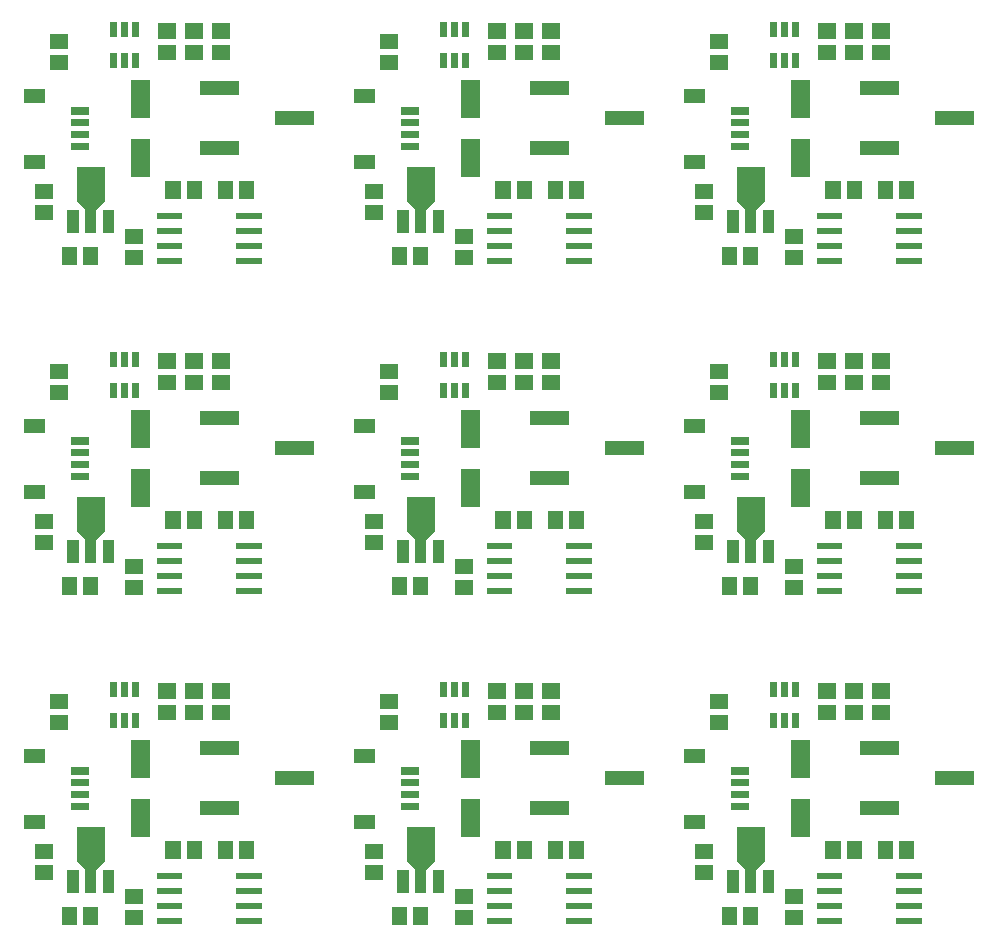
<source format=gbr>
G04 start of page 11 for group -4015 idx -4015 *
G04 Title: (unknown), toppaste *
G04 Creator: pcb 4.0.2 *
G04 CreationDate: Sun May 15 03:11:06 2022 UTC *
G04 For: railfan *
G04 Format: Gerber/RS-274X *
G04 PCB-Dimensions (mil): 4000.00 4000.00 *
G04 PCB-Coordinate-Origin: lower left *
%MOIN*%
%FSLAX25Y25*%
%LNTOPPASTE*%
%ADD42C,0.0001*%
G54D42*G36*
X56449Y317055D02*Y314693D01*
X62551D01*
Y317055D01*
X56449D01*
G37*
G36*
Y313118D02*Y310756D01*
X62551D01*
Y313118D01*
X56449D01*
G37*
G36*
Y309181D02*Y306819D01*
X62551D01*
Y309181D01*
X56449D01*
G37*
G36*
Y305244D02*Y302882D01*
X62551D01*
Y305244D01*
X56449D01*
G37*
G36*
X40701Y323354D02*Y318630D01*
X47787D01*
Y323354D01*
X40701D01*
G37*
G36*
Y301307D02*Y296583D01*
X47787D01*
Y301307D01*
X40701D01*
G37*
G36*
X93016Y292452D02*X87898D01*
Y286548D01*
X93016D01*
Y292452D01*
G37*
G36*
X100102D02*X94984D01*
Y286548D01*
X100102D01*
Y292452D01*
G37*
G36*
X82650Y306457D02*X76350D01*
Y293858D01*
X82650D01*
Y306457D01*
G37*
G36*
Y326142D02*X76350D01*
Y313543D01*
X82650D01*
Y326142D01*
G37*
G36*
X110516Y292452D02*X105398D01*
Y286548D01*
X110516D01*
Y292452D01*
G37*
G36*
X117602D02*X112484D01*
Y286548D01*
X117602D01*
Y292452D01*
G37*
G36*
X85000Y282000D02*Y280000D01*
X93500D01*
Y282000D01*
X85000D01*
G37*
G36*
Y277000D02*Y275000D01*
X93500D01*
Y277000D01*
X85000D01*
G37*
G36*
Y272000D02*Y270000D01*
X93500D01*
Y272000D01*
X85000D01*
G37*
G36*
Y267000D02*Y265000D01*
X93500D01*
Y267000D01*
X85000D01*
G37*
G36*
X111500D02*Y265000D01*
X120000D01*
Y267000D01*
X111500D01*
G37*
G36*
Y272000D02*Y270000D01*
X120000D01*
Y272000D01*
X111500D01*
G37*
G36*
Y277000D02*Y275000D01*
X120000D01*
Y277000D01*
X111500D01*
G37*
G36*
Y282000D02*Y280000D01*
X120000D01*
Y282000D01*
X111500D01*
G37*
G36*
X58516Y270452D02*X53398D01*
Y264548D01*
X58516D01*
Y270452D01*
G37*
G36*
X65602D02*X60484D01*
Y264548D01*
X65602D01*
Y270452D01*
G37*
G36*
X71740Y335047D02*X69300D01*
Y330244D01*
X71740D01*
Y335047D01*
G37*
G36*
X75480D02*X73040D01*
Y330244D01*
X75480D01*
Y335047D01*
G37*
G36*
X79220D02*X76780D01*
Y330244D01*
X79220D01*
Y335047D01*
G37*
G36*
Y345401D02*X76780D01*
Y340598D01*
X79220D01*
Y345401D01*
G37*
G36*
X75480D02*X73040D01*
Y340598D01*
X75480D01*
Y345401D01*
G37*
G36*
X71740D02*X69300D01*
Y340598D01*
X71740D01*
Y345401D01*
G37*
G36*
X94548Y345102D02*Y339984D01*
X100452D01*
Y345102D01*
X94548D01*
G37*
G36*
Y338016D02*Y332898D01*
X100452D01*
Y338016D01*
X94548D01*
G37*
G36*
X85548D02*Y332898D01*
X91452D01*
Y338016D01*
X85548D01*
G37*
G36*
Y345102D02*Y339984D01*
X91452D01*
Y345102D01*
X85548D01*
G37*
G36*
X74548Y276602D02*Y271484D01*
X80452D01*
Y276602D01*
X74548D01*
G37*
G36*
Y269516D02*Y264398D01*
X80452D01*
Y269516D01*
X74548D01*
G37*
G36*
X49548Y341602D02*Y336484D01*
X55452D01*
Y341602D01*
X49548D01*
G37*
G36*
Y334516D02*Y329398D01*
X55452D01*
Y334516D01*
X49548D01*
G37*
G36*
X103548Y345102D02*Y339984D01*
X109452D01*
Y345102D01*
X103548D01*
G37*
G36*
Y338016D02*Y332898D01*
X109452D01*
Y338016D01*
X103548D01*
G37*
G36*
X99406Y325842D02*Y321158D01*
X112397D01*
Y325842D01*
X99406D01*
G37*
G36*
Y305842D02*Y301158D01*
X112397D01*
Y305842D01*
X99406D01*
G37*
G36*
X124603Y315842D02*Y311158D01*
X137594D01*
Y315842D01*
X124603D01*
G37*
G36*
X58984Y283000D02*X55204D01*
Y275126D01*
X58984D01*
Y283000D01*
G37*
G36*
X64890Y290716D02*X61110D01*
Y275126D01*
X64890D01*
Y290716D01*
G37*
G36*
X67725Y297175D02*X58275D01*
Y285835D01*
X67725D01*
Y297175D01*
G37*
G36*
X59695Y287255D02*X58275Y285835D01*
X61115Y282995D01*
X62535Y284415D01*
X59695Y287255D01*
G37*
G36*
X67725Y285835D02*X66305Y287255D01*
X63465Y284415D01*
X64885Y282995D01*
X67725Y285835D01*
G37*
G36*
X70796Y283000D02*X67016D01*
Y275126D01*
X70796D01*
Y283000D01*
G37*
G36*
X44548Y291602D02*Y286484D01*
X50452D01*
Y291602D01*
X44548D01*
G37*
G36*
Y284516D02*Y279398D01*
X50452D01*
Y284516D01*
X44548D01*
G37*
G36*
X166449Y317055D02*Y314693D01*
X172551D01*
Y317055D01*
X166449D01*
G37*
G36*
Y313118D02*Y310756D01*
X172551D01*
Y313118D01*
X166449D01*
G37*
G36*
Y309181D02*Y306819D01*
X172551D01*
Y309181D01*
X166449D01*
G37*
G36*
Y305244D02*Y302882D01*
X172551D01*
Y305244D01*
X166449D01*
G37*
G36*
X150701Y323354D02*Y318630D01*
X157787D01*
Y323354D01*
X150701D01*
G37*
G36*
Y301307D02*Y296583D01*
X157787D01*
Y301307D01*
X150701D01*
G37*
G36*
X203016Y292452D02*X197898D01*
Y286548D01*
X203016D01*
Y292452D01*
G37*
G36*
X210102D02*X204984D01*
Y286548D01*
X210102D01*
Y292452D01*
G37*
G36*
X192650Y306457D02*X186350D01*
Y293858D01*
X192650D01*
Y306457D01*
G37*
G36*
Y326142D02*X186350D01*
Y313543D01*
X192650D01*
Y326142D01*
G37*
G36*
X220516Y292452D02*X215398D01*
Y286548D01*
X220516D01*
Y292452D01*
G37*
G36*
X227602D02*X222484D01*
Y286548D01*
X227602D01*
Y292452D01*
G37*
G36*
X195000Y282000D02*Y280000D01*
X203500D01*
Y282000D01*
X195000D01*
G37*
G36*
Y277000D02*Y275000D01*
X203500D01*
Y277000D01*
X195000D01*
G37*
G36*
Y272000D02*Y270000D01*
X203500D01*
Y272000D01*
X195000D01*
G37*
G36*
Y267000D02*Y265000D01*
X203500D01*
Y267000D01*
X195000D01*
G37*
G36*
X221500D02*Y265000D01*
X230000D01*
Y267000D01*
X221500D01*
G37*
G36*
Y272000D02*Y270000D01*
X230000D01*
Y272000D01*
X221500D01*
G37*
G36*
Y277000D02*Y275000D01*
X230000D01*
Y277000D01*
X221500D01*
G37*
G36*
Y282000D02*Y280000D01*
X230000D01*
Y282000D01*
X221500D01*
G37*
G36*
X168516Y270452D02*X163398D01*
Y264548D01*
X168516D01*
Y270452D01*
G37*
G36*
X175602D02*X170484D01*
Y264548D01*
X175602D01*
Y270452D01*
G37*
G36*
X181740Y335047D02*X179299D01*
Y330244D01*
X181740D01*
Y335047D01*
G37*
G36*
X185480D02*X183039D01*
Y330244D01*
X185480D01*
Y335047D01*
G37*
G36*
X189220D02*X186779D01*
Y330244D01*
X189220D01*
Y335047D01*
G37*
G36*
Y345401D02*X186779D01*
Y340598D01*
X189220D01*
Y345401D01*
G37*
G36*
X185480D02*X183039D01*
Y340598D01*
X185480D01*
Y345401D01*
G37*
G36*
X181740D02*X179299D01*
Y340598D01*
X181740D01*
Y345401D01*
G37*
G36*
X204548Y345102D02*Y339984D01*
X210452D01*
Y345102D01*
X204548D01*
G37*
G36*
Y338016D02*Y332898D01*
X210452D01*
Y338016D01*
X204548D01*
G37*
G36*
X195548D02*Y332898D01*
X201452D01*
Y338016D01*
X195548D01*
G37*
G36*
Y345102D02*Y339984D01*
X201452D01*
Y345102D01*
X195548D01*
G37*
G36*
X184548Y276602D02*Y271484D01*
X190452D01*
Y276602D01*
X184548D01*
G37*
G36*
Y269516D02*Y264398D01*
X190452D01*
Y269516D01*
X184548D01*
G37*
G36*
X159548Y341602D02*Y336484D01*
X165452D01*
Y341602D01*
X159548D01*
G37*
G36*
Y334516D02*Y329398D01*
X165452D01*
Y334516D01*
X159548D01*
G37*
G36*
X213548Y345102D02*Y339984D01*
X219452D01*
Y345102D01*
X213548D01*
G37*
G36*
Y338016D02*Y332898D01*
X219452D01*
Y338016D01*
X213548D01*
G37*
G36*
X209405Y325842D02*Y321158D01*
X222398D01*
Y325842D01*
X209405D01*
G37*
G36*
Y305842D02*Y301158D01*
X222398D01*
Y305842D01*
X209405D01*
G37*
G36*
X234602Y315842D02*Y311158D01*
X247595D01*
Y315842D01*
X234602D01*
G37*
G36*
X168984Y283000D02*X165204D01*
Y275126D01*
X168984D01*
Y283000D01*
G37*
G36*
X174890Y290716D02*X171110D01*
Y275126D01*
X174890D01*
Y290716D01*
G37*
G36*
X177725Y297175D02*X168275D01*
Y285835D01*
X177725D01*
Y297175D01*
G37*
G36*
X169695Y287255D02*X168275Y285835D01*
X171115Y282995D01*
X172535Y284415D01*
X169695Y287255D01*
G37*
G36*
X177725Y285835D02*X176305Y287255D01*
X173465Y284415D01*
X174885Y282995D01*
X177725Y285835D01*
G37*
G36*
X180796Y283000D02*X177016D01*
Y275126D01*
X180796D01*
Y283000D01*
G37*
G36*
X154548Y291602D02*Y286484D01*
X160452D01*
Y291602D01*
X154548D01*
G37*
G36*
Y284516D02*Y279398D01*
X160452D01*
Y284516D01*
X154548D01*
G37*
G36*
X276449Y317055D02*Y314693D01*
X282551D01*
Y317055D01*
X276449D01*
G37*
G36*
Y313118D02*Y310756D01*
X282551D01*
Y313118D01*
X276449D01*
G37*
G36*
Y309181D02*Y306819D01*
X282551D01*
Y309181D01*
X276449D01*
G37*
G36*
Y305244D02*Y302882D01*
X282551D01*
Y305244D01*
X276449D01*
G37*
G36*
X260701Y323354D02*Y318630D01*
X267787D01*
Y323354D01*
X260701D01*
G37*
G36*
Y301307D02*Y296583D01*
X267787D01*
Y301307D01*
X260701D01*
G37*
G36*
X313016Y292452D02*X307898D01*
Y286548D01*
X313016D01*
Y292452D01*
G37*
G36*
X320102D02*X314984D01*
Y286548D01*
X320102D01*
Y292452D01*
G37*
G36*
X302650Y306457D02*X296350D01*
Y293858D01*
X302650D01*
Y306457D01*
G37*
G36*
Y326142D02*X296350D01*
Y313543D01*
X302650D01*
Y326142D01*
G37*
G36*
X330516Y292452D02*X325398D01*
Y286548D01*
X330516D01*
Y292452D01*
G37*
G36*
X337602D02*X332484D01*
Y286548D01*
X337602D01*
Y292452D01*
G37*
G36*
X305000Y282000D02*Y280000D01*
X313500D01*
Y282000D01*
X305000D01*
G37*
G36*
Y277000D02*Y275000D01*
X313500D01*
Y277000D01*
X305000D01*
G37*
G36*
Y272000D02*Y270000D01*
X313500D01*
Y272000D01*
X305000D01*
G37*
G36*
Y267000D02*Y265000D01*
X313500D01*
Y267000D01*
X305000D01*
G37*
G36*
X331500D02*Y265000D01*
X340000D01*
Y267000D01*
X331500D01*
G37*
G36*
Y272000D02*Y270000D01*
X340000D01*
Y272000D01*
X331500D01*
G37*
G36*
Y277000D02*Y275000D01*
X340000D01*
Y277000D01*
X331500D01*
G37*
G36*
Y282000D02*Y280000D01*
X340000D01*
Y282000D01*
X331500D01*
G37*
G36*
X278516Y270452D02*X273398D01*
Y264548D01*
X278516D01*
Y270452D01*
G37*
G36*
X285602D02*X280484D01*
Y264548D01*
X285602D01*
Y270452D01*
G37*
G36*
X291740Y335047D02*X289299D01*
Y330244D01*
X291740D01*
Y335047D01*
G37*
G36*
X295480D02*X293039D01*
Y330244D01*
X295480D01*
Y335047D01*
G37*
G36*
X299220D02*X296779D01*
Y330244D01*
X299220D01*
Y335047D01*
G37*
G36*
Y345401D02*X296779D01*
Y340598D01*
X299220D01*
Y345401D01*
G37*
G36*
X295480D02*X293039D01*
Y340598D01*
X295480D01*
Y345401D01*
G37*
G36*
X291740D02*X289299D01*
Y340598D01*
X291740D01*
Y345401D01*
G37*
G36*
X314548Y345102D02*Y339984D01*
X320452D01*
Y345102D01*
X314548D01*
G37*
G36*
Y338016D02*Y332898D01*
X320452D01*
Y338016D01*
X314548D01*
G37*
G36*
X305548D02*Y332898D01*
X311452D01*
Y338016D01*
X305548D01*
G37*
G36*
Y345102D02*Y339984D01*
X311452D01*
Y345102D01*
X305548D01*
G37*
G36*
X294548Y276602D02*Y271484D01*
X300452D01*
Y276602D01*
X294548D01*
G37*
G36*
Y269516D02*Y264398D01*
X300452D01*
Y269516D01*
X294548D01*
G37*
G36*
X269548Y341602D02*Y336484D01*
X275452D01*
Y341602D01*
X269548D01*
G37*
G36*
Y334516D02*Y329398D01*
X275452D01*
Y334516D01*
X269548D01*
G37*
G36*
X323548Y345102D02*Y339984D01*
X329452D01*
Y345102D01*
X323548D01*
G37*
G36*
Y338016D02*Y332898D01*
X329452D01*
Y338016D01*
X323548D01*
G37*
G36*
X319406Y325842D02*Y321158D01*
X332398D01*
Y325842D01*
X319406D01*
G37*
G36*
Y305842D02*Y301158D01*
X332398D01*
Y305842D01*
X319406D01*
G37*
G36*
X344602Y315842D02*Y311158D01*
X357594D01*
Y315842D01*
X344602D01*
G37*
G36*
X278984Y283000D02*X275204D01*
Y275126D01*
X278984D01*
Y283000D01*
G37*
G36*
X284890Y290716D02*X281110D01*
Y275126D01*
X284890D01*
Y290716D01*
G37*
G36*
X287725Y297175D02*X278275D01*
Y285835D01*
X287725D01*
Y297175D01*
G37*
G36*
X279695Y287255D02*X278275Y285835D01*
X281115Y282995D01*
X282535Y284415D01*
X279695Y287255D01*
G37*
G36*
X287725Y285835D02*X286305Y287255D01*
X283465Y284415D01*
X284885Y282995D01*
X287725Y285835D01*
G37*
G36*
X290796Y283000D02*X287016D01*
Y275126D01*
X290796D01*
Y283000D01*
G37*
G36*
X264548Y291602D02*Y286484D01*
X270452D01*
Y291602D01*
X264548D01*
G37*
G36*
Y284516D02*Y279398D01*
X270452D01*
Y284516D01*
X264548D01*
G37*
G36*
X56449Y207055D02*Y204693D01*
X62551D01*
Y207055D01*
X56449D01*
G37*
G36*
Y203118D02*Y200756D01*
X62551D01*
Y203118D01*
X56449D01*
G37*
G36*
Y199181D02*Y196819D01*
X62551D01*
Y199181D01*
X56449D01*
G37*
G36*
Y195244D02*Y192882D01*
X62551D01*
Y195244D01*
X56449D01*
G37*
G36*
X40701Y213354D02*Y208630D01*
X47787D01*
Y213354D01*
X40701D01*
G37*
G36*
Y191307D02*Y186583D01*
X47787D01*
Y191307D01*
X40701D01*
G37*
G36*
X93016Y182452D02*X87898D01*
Y176548D01*
X93016D01*
Y182452D01*
G37*
G36*
X100102D02*X94984D01*
Y176548D01*
X100102D01*
Y182452D01*
G37*
G36*
X82650Y196457D02*X76350D01*
Y183858D01*
X82650D01*
Y196457D01*
G37*
G36*
Y216142D02*X76350D01*
Y203543D01*
X82650D01*
Y216142D01*
G37*
G36*
X110516Y182452D02*X105398D01*
Y176548D01*
X110516D01*
Y182452D01*
G37*
G36*
X117602D02*X112484D01*
Y176548D01*
X117602D01*
Y182452D01*
G37*
G36*
X85000Y172000D02*Y170000D01*
X93500D01*
Y172000D01*
X85000D01*
G37*
G36*
Y167000D02*Y165000D01*
X93500D01*
Y167000D01*
X85000D01*
G37*
G36*
Y162000D02*Y160000D01*
X93500D01*
Y162000D01*
X85000D01*
G37*
G36*
Y157000D02*Y155000D01*
X93500D01*
Y157000D01*
X85000D01*
G37*
G36*
X111500D02*Y155000D01*
X120000D01*
Y157000D01*
X111500D01*
G37*
G36*
Y162000D02*Y160000D01*
X120000D01*
Y162000D01*
X111500D01*
G37*
G36*
Y167000D02*Y165000D01*
X120000D01*
Y167000D01*
X111500D01*
G37*
G36*
Y172000D02*Y170000D01*
X120000D01*
Y172000D01*
X111500D01*
G37*
G36*
X58516Y160452D02*X53398D01*
Y154548D01*
X58516D01*
Y160452D01*
G37*
G36*
X65602D02*X60484D01*
Y154548D01*
X65602D01*
Y160452D01*
G37*
G36*
X71740Y225047D02*X69300D01*
Y220244D01*
X71740D01*
Y225047D01*
G37*
G36*
X75480D02*X73040D01*
Y220244D01*
X75480D01*
Y225047D01*
G37*
G36*
X79220D02*X76780D01*
Y220244D01*
X79220D01*
Y225047D01*
G37*
G36*
Y235401D02*X76780D01*
Y230598D01*
X79220D01*
Y235401D01*
G37*
G36*
X75480D02*X73040D01*
Y230598D01*
X75480D01*
Y235401D01*
G37*
G36*
X71740D02*X69300D01*
Y230598D01*
X71740D01*
Y235401D01*
G37*
G36*
X94548Y235102D02*Y229984D01*
X100452D01*
Y235102D01*
X94548D01*
G37*
G36*
Y228016D02*Y222898D01*
X100452D01*
Y228016D01*
X94548D01*
G37*
G36*
X85548D02*Y222898D01*
X91452D01*
Y228016D01*
X85548D01*
G37*
G36*
Y235102D02*Y229984D01*
X91452D01*
Y235102D01*
X85548D01*
G37*
G36*
X74548Y166602D02*Y161484D01*
X80452D01*
Y166602D01*
X74548D01*
G37*
G36*
Y159516D02*Y154398D01*
X80452D01*
Y159516D01*
X74548D01*
G37*
G36*
X49548Y231602D02*Y226484D01*
X55452D01*
Y231602D01*
X49548D01*
G37*
G36*
Y224516D02*Y219398D01*
X55452D01*
Y224516D01*
X49548D01*
G37*
G36*
X103548Y235102D02*Y229984D01*
X109452D01*
Y235102D01*
X103548D01*
G37*
G36*
Y228016D02*Y222898D01*
X109452D01*
Y228016D01*
X103548D01*
G37*
G36*
X99406Y215843D02*Y211157D01*
X112397D01*
Y215843D01*
X99406D01*
G37*
G36*
Y195842D02*Y191158D01*
X112397D01*
Y195842D01*
X99406D01*
G37*
G36*
X124603Y205843D02*Y201158D01*
X137594D01*
Y205843D01*
X124603D01*
G37*
G36*
X58984Y173000D02*X55204D01*
Y165126D01*
X58984D01*
Y173000D01*
G37*
G36*
X64890Y180716D02*X61110D01*
Y165126D01*
X64890D01*
Y180716D01*
G37*
G36*
X67725Y187175D02*X58275D01*
Y175835D01*
X67725D01*
Y187175D01*
G37*
G36*
X59695Y177255D02*X58275Y175835D01*
X61115Y172995D01*
X62535Y174415D01*
X59695Y177255D01*
G37*
G36*
X67725Y175835D02*X66305Y177255D01*
X63465Y174415D01*
X64885Y172995D01*
X67725Y175835D01*
G37*
G36*
X70796Y173000D02*X67016D01*
Y165126D01*
X70796D01*
Y173000D01*
G37*
G36*
X44548Y181602D02*Y176484D01*
X50452D01*
Y181602D01*
X44548D01*
G37*
G36*
Y174516D02*Y169398D01*
X50452D01*
Y174516D01*
X44548D01*
G37*
G36*
X166449Y207055D02*Y204693D01*
X172551D01*
Y207055D01*
X166449D01*
G37*
G36*
Y203118D02*Y200756D01*
X172551D01*
Y203118D01*
X166449D01*
G37*
G36*
Y199181D02*Y196819D01*
X172551D01*
Y199181D01*
X166449D01*
G37*
G36*
Y195244D02*Y192882D01*
X172551D01*
Y195244D01*
X166449D01*
G37*
G36*
X150701Y213354D02*Y208630D01*
X157787D01*
Y213354D01*
X150701D01*
G37*
G36*
Y191307D02*Y186583D01*
X157787D01*
Y191307D01*
X150701D01*
G37*
G36*
X203016Y182452D02*X197898D01*
Y176548D01*
X203016D01*
Y182452D01*
G37*
G36*
X210102D02*X204984D01*
Y176548D01*
X210102D01*
Y182452D01*
G37*
G36*
X192650Y196457D02*X186350D01*
Y183858D01*
X192650D01*
Y196457D01*
G37*
G36*
Y216142D02*X186350D01*
Y203543D01*
X192650D01*
Y216142D01*
G37*
G36*
X220516Y182452D02*X215398D01*
Y176548D01*
X220516D01*
Y182452D01*
G37*
G36*
X227602D02*X222484D01*
Y176548D01*
X227602D01*
Y182452D01*
G37*
G36*
X195000Y172000D02*Y170000D01*
X203500D01*
Y172000D01*
X195000D01*
G37*
G36*
Y167000D02*Y165000D01*
X203500D01*
Y167000D01*
X195000D01*
G37*
G36*
Y162000D02*Y160000D01*
X203500D01*
Y162000D01*
X195000D01*
G37*
G36*
Y157000D02*Y155000D01*
X203500D01*
Y157000D01*
X195000D01*
G37*
G36*
X221500D02*Y155000D01*
X230000D01*
Y157000D01*
X221500D01*
G37*
G36*
Y162000D02*Y160000D01*
X230000D01*
Y162000D01*
X221500D01*
G37*
G36*
Y167000D02*Y165000D01*
X230000D01*
Y167000D01*
X221500D01*
G37*
G36*
Y172000D02*Y170000D01*
X230000D01*
Y172000D01*
X221500D01*
G37*
G36*
X168516Y160452D02*X163398D01*
Y154548D01*
X168516D01*
Y160452D01*
G37*
G36*
X175602D02*X170484D01*
Y154548D01*
X175602D01*
Y160452D01*
G37*
G36*
X181740Y225047D02*X179299D01*
Y220244D01*
X181740D01*
Y225047D01*
G37*
G36*
X185480D02*X183039D01*
Y220244D01*
X185480D01*
Y225047D01*
G37*
G36*
X189220D02*X186779D01*
Y220244D01*
X189220D01*
Y225047D01*
G37*
G36*
Y235401D02*X186779D01*
Y230598D01*
X189220D01*
Y235401D01*
G37*
G36*
X185480D02*X183039D01*
Y230598D01*
X185480D01*
Y235401D01*
G37*
G36*
X181740D02*X179299D01*
Y230598D01*
X181740D01*
Y235401D01*
G37*
G36*
X204548Y235102D02*Y229984D01*
X210452D01*
Y235102D01*
X204548D01*
G37*
G36*
Y228016D02*Y222898D01*
X210452D01*
Y228016D01*
X204548D01*
G37*
G36*
X195548D02*Y222898D01*
X201452D01*
Y228016D01*
X195548D01*
G37*
G36*
Y235102D02*Y229984D01*
X201452D01*
Y235102D01*
X195548D01*
G37*
G36*
X184548Y166602D02*Y161484D01*
X190452D01*
Y166602D01*
X184548D01*
G37*
G36*
Y159516D02*Y154398D01*
X190452D01*
Y159516D01*
X184548D01*
G37*
G36*
X159548Y231602D02*Y226484D01*
X165452D01*
Y231602D01*
X159548D01*
G37*
G36*
Y224516D02*Y219398D01*
X165452D01*
Y224516D01*
X159548D01*
G37*
G36*
X213548Y235102D02*Y229984D01*
X219452D01*
Y235102D01*
X213548D01*
G37*
G36*
Y228016D02*Y222898D01*
X219452D01*
Y228016D01*
X213548D01*
G37*
G36*
X209405Y215843D02*Y211157D01*
X222398D01*
Y215843D01*
X209405D01*
G37*
G36*
Y195842D02*Y191158D01*
X222398D01*
Y195842D01*
X209405D01*
G37*
G36*
X234602Y205843D02*Y201158D01*
X247595D01*
Y205843D01*
X234602D01*
G37*
G36*
X168984Y173000D02*X165204D01*
Y165126D01*
X168984D01*
Y173000D01*
G37*
G36*
X174890Y180716D02*X171110D01*
Y165126D01*
X174890D01*
Y180716D01*
G37*
G36*
X177725Y187175D02*X168275D01*
Y175835D01*
X177725D01*
Y187175D01*
G37*
G36*
X169695Y177255D02*X168275Y175835D01*
X171115Y172995D01*
X172535Y174415D01*
X169695Y177255D01*
G37*
G36*
X177725Y175835D02*X176305Y177255D01*
X173465Y174415D01*
X174885Y172995D01*
X177725Y175835D01*
G37*
G36*
X180796Y173000D02*X177016D01*
Y165126D01*
X180796D01*
Y173000D01*
G37*
G36*
X154548Y181602D02*Y176484D01*
X160452D01*
Y181602D01*
X154548D01*
G37*
G36*
Y174516D02*Y169398D01*
X160452D01*
Y174516D01*
X154548D01*
G37*
G36*
X276449Y207055D02*Y204693D01*
X282551D01*
Y207055D01*
X276449D01*
G37*
G36*
Y203118D02*Y200756D01*
X282551D01*
Y203118D01*
X276449D01*
G37*
G36*
Y199181D02*Y196819D01*
X282551D01*
Y199181D01*
X276449D01*
G37*
G36*
Y195244D02*Y192882D01*
X282551D01*
Y195244D01*
X276449D01*
G37*
G36*
X260701Y213354D02*Y208630D01*
X267787D01*
Y213354D01*
X260701D01*
G37*
G36*
Y191307D02*Y186583D01*
X267787D01*
Y191307D01*
X260701D01*
G37*
G36*
X313016Y182452D02*X307898D01*
Y176548D01*
X313016D01*
Y182452D01*
G37*
G36*
X320102D02*X314984D01*
Y176548D01*
X320102D01*
Y182452D01*
G37*
G36*
X302650Y196457D02*X296350D01*
Y183858D01*
X302650D01*
Y196457D01*
G37*
G36*
Y216142D02*X296350D01*
Y203543D01*
X302650D01*
Y216142D01*
G37*
G36*
X330516Y182452D02*X325398D01*
Y176548D01*
X330516D01*
Y182452D01*
G37*
G36*
X337602D02*X332484D01*
Y176548D01*
X337602D01*
Y182452D01*
G37*
G36*
X305000Y172000D02*Y170000D01*
X313500D01*
Y172000D01*
X305000D01*
G37*
G36*
Y167000D02*Y165000D01*
X313500D01*
Y167000D01*
X305000D01*
G37*
G36*
Y162000D02*Y160000D01*
X313500D01*
Y162000D01*
X305000D01*
G37*
G36*
Y157000D02*Y155000D01*
X313500D01*
Y157000D01*
X305000D01*
G37*
G36*
X331500D02*Y155000D01*
X340000D01*
Y157000D01*
X331500D01*
G37*
G36*
Y162000D02*Y160000D01*
X340000D01*
Y162000D01*
X331500D01*
G37*
G36*
Y167000D02*Y165000D01*
X340000D01*
Y167000D01*
X331500D01*
G37*
G36*
Y172000D02*Y170000D01*
X340000D01*
Y172000D01*
X331500D01*
G37*
G36*
X278516Y160452D02*X273398D01*
Y154548D01*
X278516D01*
Y160452D01*
G37*
G36*
X285602D02*X280484D01*
Y154548D01*
X285602D01*
Y160452D01*
G37*
G36*
X291740Y225047D02*X289299D01*
Y220244D01*
X291740D01*
Y225047D01*
G37*
G36*
X295480D02*X293039D01*
Y220244D01*
X295480D01*
Y225047D01*
G37*
G36*
X299220D02*X296779D01*
Y220244D01*
X299220D01*
Y225047D01*
G37*
G36*
Y235401D02*X296779D01*
Y230598D01*
X299220D01*
Y235401D01*
G37*
G36*
X295480D02*X293039D01*
Y230598D01*
X295480D01*
Y235401D01*
G37*
G36*
X291740D02*X289299D01*
Y230598D01*
X291740D01*
Y235401D01*
G37*
G36*
X314548Y235102D02*Y229984D01*
X320452D01*
Y235102D01*
X314548D01*
G37*
G36*
Y228016D02*Y222898D01*
X320452D01*
Y228016D01*
X314548D01*
G37*
G36*
X305548D02*Y222898D01*
X311452D01*
Y228016D01*
X305548D01*
G37*
G36*
Y235102D02*Y229984D01*
X311452D01*
Y235102D01*
X305548D01*
G37*
G36*
X294548Y166602D02*Y161484D01*
X300452D01*
Y166602D01*
X294548D01*
G37*
G36*
Y159516D02*Y154398D01*
X300452D01*
Y159516D01*
X294548D01*
G37*
G36*
X269548Y231602D02*Y226484D01*
X275452D01*
Y231602D01*
X269548D01*
G37*
G36*
Y224516D02*Y219398D01*
X275452D01*
Y224516D01*
X269548D01*
G37*
G36*
X323548Y235102D02*Y229984D01*
X329452D01*
Y235102D01*
X323548D01*
G37*
G36*
Y228016D02*Y222898D01*
X329452D01*
Y228016D01*
X323548D01*
G37*
G36*
X319406Y215843D02*Y211157D01*
X332398D01*
Y215843D01*
X319406D01*
G37*
G36*
Y195842D02*Y191158D01*
X332398D01*
Y195842D01*
X319406D01*
G37*
G36*
X344602Y205843D02*Y201158D01*
X357594D01*
Y205843D01*
X344602D01*
G37*
G36*
X278984Y173000D02*X275204D01*
Y165126D01*
X278984D01*
Y173000D01*
G37*
G36*
X284890Y180716D02*X281110D01*
Y165126D01*
X284890D01*
Y180716D01*
G37*
G36*
X287725Y187175D02*X278275D01*
Y175835D01*
X287725D01*
Y187175D01*
G37*
G36*
X279695Y177255D02*X278275Y175835D01*
X281115Y172995D01*
X282535Y174415D01*
X279695Y177255D01*
G37*
G36*
X287725Y175835D02*X286305Y177255D01*
X283465Y174415D01*
X284885Y172995D01*
X287725Y175835D01*
G37*
G36*
X290796Y173000D02*X287016D01*
Y165126D01*
X290796D01*
Y173000D01*
G37*
G36*
X264548Y181602D02*Y176484D01*
X270452D01*
Y181602D01*
X264548D01*
G37*
G36*
Y174516D02*Y169398D01*
X270452D01*
Y174516D01*
X264548D01*
G37*
G36*
X276449Y97055D02*Y94693D01*
X282551D01*
Y97055D01*
X276449D01*
G37*
G36*
Y93118D02*Y90756D01*
X282551D01*
Y93118D01*
X276449D01*
G37*
G36*
Y89181D02*Y86819D01*
X282551D01*
Y89181D01*
X276449D01*
G37*
G36*
Y85244D02*Y82882D01*
X282551D01*
Y85244D01*
X276449D01*
G37*
G36*
X260701Y103354D02*Y98630D01*
X267787D01*
Y103354D01*
X260701D01*
G37*
G36*
Y81307D02*Y76583D01*
X267787D01*
Y81307D01*
X260701D01*
G37*
G36*
X313016Y72452D02*X307898D01*
Y66548D01*
X313016D01*
Y72452D01*
G37*
G36*
X320102D02*X314984D01*
Y66548D01*
X320102D01*
Y72452D01*
G37*
G36*
X302650Y86457D02*X296350D01*
Y73858D01*
X302650D01*
Y86457D01*
G37*
G36*
Y106142D02*X296350D01*
Y93543D01*
X302650D01*
Y106142D01*
G37*
G36*
X330516Y72452D02*X325398D01*
Y66548D01*
X330516D01*
Y72452D01*
G37*
G36*
X337602D02*X332484D01*
Y66548D01*
X337602D01*
Y72452D01*
G37*
G36*
X305000Y62000D02*Y60000D01*
X313500D01*
Y62000D01*
X305000D01*
G37*
G36*
Y57000D02*Y55000D01*
X313500D01*
Y57000D01*
X305000D01*
G37*
G36*
Y52000D02*Y50000D01*
X313500D01*
Y52000D01*
X305000D01*
G37*
G36*
Y47000D02*Y45000D01*
X313500D01*
Y47000D01*
X305000D01*
G37*
G36*
X331500D02*Y45000D01*
X340000D01*
Y47000D01*
X331500D01*
G37*
G36*
Y52000D02*Y50000D01*
X340000D01*
Y52000D01*
X331500D01*
G37*
G36*
Y57000D02*Y55000D01*
X340000D01*
Y57000D01*
X331500D01*
G37*
G36*
Y62000D02*Y60000D01*
X340000D01*
Y62000D01*
X331500D01*
G37*
G36*
X278516Y50452D02*X273398D01*
Y44548D01*
X278516D01*
Y50452D01*
G37*
G36*
X285602D02*X280484D01*
Y44548D01*
X285602D01*
Y50452D01*
G37*
G36*
X291740Y115047D02*X289299D01*
Y110244D01*
X291740D01*
Y115047D01*
G37*
G36*
X295480D02*X293039D01*
Y110244D01*
X295480D01*
Y115047D01*
G37*
G36*
X299220D02*X296779D01*
Y110244D01*
X299220D01*
Y115047D01*
G37*
G36*
Y125401D02*X296779D01*
Y120598D01*
X299220D01*
Y125401D01*
G37*
G36*
X295480D02*X293039D01*
Y120598D01*
X295480D01*
Y125401D01*
G37*
G36*
X291740D02*X289299D01*
Y120598D01*
X291740D01*
Y125401D01*
G37*
G36*
X314548Y125102D02*Y119984D01*
X320452D01*
Y125102D01*
X314548D01*
G37*
G36*
Y118016D02*Y112898D01*
X320452D01*
Y118016D01*
X314548D01*
G37*
G36*
X305548D02*Y112898D01*
X311452D01*
Y118016D01*
X305548D01*
G37*
G36*
Y125102D02*Y119984D01*
X311452D01*
Y125102D01*
X305548D01*
G37*
G36*
X294548Y56602D02*Y51484D01*
X300452D01*
Y56602D01*
X294548D01*
G37*
G36*
Y49516D02*Y44398D01*
X300452D01*
Y49516D01*
X294548D01*
G37*
G36*
X269548Y121602D02*Y116484D01*
X275452D01*
Y121602D01*
X269548D01*
G37*
G36*
Y114516D02*Y109398D01*
X275452D01*
Y114516D01*
X269548D01*
G37*
G36*
X323548Y125102D02*Y119984D01*
X329452D01*
Y125102D01*
X323548D01*
G37*
G36*
Y118016D02*Y112898D01*
X329452D01*
Y118016D01*
X323548D01*
G37*
G36*
X319406Y105842D02*Y101158D01*
X332398D01*
Y105842D01*
X319406D01*
G37*
G36*
Y85842D02*Y81158D01*
X332398D01*
Y85842D01*
X319406D01*
G37*
G36*
X344602Y95842D02*Y91158D01*
X357594D01*
Y95842D01*
X344602D01*
G37*
G36*
X278984Y63000D02*X275204D01*
Y55126D01*
X278984D01*
Y63000D01*
G37*
G36*
X284890Y70716D02*X281110D01*
Y55126D01*
X284890D01*
Y70716D01*
G37*
G36*
X287725Y77175D02*X278275D01*
Y65835D01*
X287725D01*
Y77175D01*
G37*
G36*
X279695Y67255D02*X278275Y65835D01*
X281115Y62995D01*
X282535Y64415D01*
X279695Y67255D01*
G37*
G36*
X287725Y65835D02*X286305Y67255D01*
X283465Y64415D01*
X284885Y62995D01*
X287725Y65835D01*
G37*
G36*
X290796Y63000D02*X287016D01*
Y55126D01*
X290796D01*
Y63000D01*
G37*
G36*
X264548Y71602D02*Y66484D01*
X270452D01*
Y71602D01*
X264548D01*
G37*
G36*
Y64516D02*Y59398D01*
X270452D01*
Y64516D01*
X264548D01*
G37*
G36*
X166449Y97055D02*Y94693D01*
X172551D01*
Y97055D01*
X166449D01*
G37*
G36*
Y93118D02*Y90756D01*
X172551D01*
Y93118D01*
X166449D01*
G37*
G36*
Y89181D02*Y86819D01*
X172551D01*
Y89181D01*
X166449D01*
G37*
G36*
Y85244D02*Y82882D01*
X172551D01*
Y85244D01*
X166449D01*
G37*
G36*
X150701Y103354D02*Y98630D01*
X157787D01*
Y103354D01*
X150701D01*
G37*
G36*
Y81307D02*Y76583D01*
X157787D01*
Y81307D01*
X150701D01*
G37*
G36*
X203016Y72452D02*X197898D01*
Y66548D01*
X203016D01*
Y72452D01*
G37*
G36*
X210102D02*X204984D01*
Y66548D01*
X210102D01*
Y72452D01*
G37*
G36*
X192650Y86457D02*X186350D01*
Y73858D01*
X192650D01*
Y86457D01*
G37*
G36*
Y106142D02*X186350D01*
Y93543D01*
X192650D01*
Y106142D01*
G37*
G36*
X220516Y72452D02*X215398D01*
Y66548D01*
X220516D01*
Y72452D01*
G37*
G36*
X227602D02*X222484D01*
Y66548D01*
X227602D01*
Y72452D01*
G37*
G36*
X195000Y62000D02*Y60000D01*
X203500D01*
Y62000D01*
X195000D01*
G37*
G36*
Y57000D02*Y55000D01*
X203500D01*
Y57000D01*
X195000D01*
G37*
G36*
Y52000D02*Y50000D01*
X203500D01*
Y52000D01*
X195000D01*
G37*
G36*
Y47000D02*Y45000D01*
X203500D01*
Y47000D01*
X195000D01*
G37*
G36*
X221500D02*Y45000D01*
X230000D01*
Y47000D01*
X221500D01*
G37*
G36*
Y52000D02*Y50000D01*
X230000D01*
Y52000D01*
X221500D01*
G37*
G36*
Y57000D02*Y55000D01*
X230000D01*
Y57000D01*
X221500D01*
G37*
G36*
Y62000D02*Y60000D01*
X230000D01*
Y62000D01*
X221500D01*
G37*
G36*
X168516Y50452D02*X163398D01*
Y44548D01*
X168516D01*
Y50452D01*
G37*
G36*
X175602D02*X170484D01*
Y44548D01*
X175602D01*
Y50452D01*
G37*
G36*
X181740Y115047D02*X179299D01*
Y110244D01*
X181740D01*
Y115047D01*
G37*
G36*
X185480D02*X183039D01*
Y110244D01*
X185480D01*
Y115047D01*
G37*
G36*
X189220D02*X186779D01*
Y110244D01*
X189220D01*
Y115047D01*
G37*
G36*
Y125401D02*X186779D01*
Y120598D01*
X189220D01*
Y125401D01*
G37*
G36*
X185480D02*X183039D01*
Y120598D01*
X185480D01*
Y125401D01*
G37*
G36*
X181740D02*X179299D01*
Y120598D01*
X181740D01*
Y125401D01*
G37*
G36*
X204548Y125102D02*Y119984D01*
X210452D01*
Y125102D01*
X204548D01*
G37*
G36*
Y118016D02*Y112898D01*
X210452D01*
Y118016D01*
X204548D01*
G37*
G36*
X195548D02*Y112898D01*
X201452D01*
Y118016D01*
X195548D01*
G37*
G36*
Y125102D02*Y119984D01*
X201452D01*
Y125102D01*
X195548D01*
G37*
G36*
X184548Y56602D02*Y51484D01*
X190452D01*
Y56602D01*
X184548D01*
G37*
G36*
Y49516D02*Y44398D01*
X190452D01*
Y49516D01*
X184548D01*
G37*
G36*
X159548Y121602D02*Y116484D01*
X165452D01*
Y121602D01*
X159548D01*
G37*
G36*
Y114516D02*Y109398D01*
X165452D01*
Y114516D01*
X159548D01*
G37*
G36*
X213548Y125102D02*Y119984D01*
X219452D01*
Y125102D01*
X213548D01*
G37*
G36*
Y118016D02*Y112898D01*
X219452D01*
Y118016D01*
X213548D01*
G37*
G36*
X209405Y105842D02*Y101158D01*
X222398D01*
Y105842D01*
X209405D01*
G37*
G36*
Y85842D02*Y81158D01*
X222398D01*
Y85842D01*
X209405D01*
G37*
G36*
X234602Y95842D02*Y91158D01*
X247595D01*
Y95842D01*
X234602D01*
G37*
G36*
X168984Y63000D02*X165204D01*
Y55126D01*
X168984D01*
Y63000D01*
G37*
G36*
X174890Y70716D02*X171110D01*
Y55126D01*
X174890D01*
Y70716D01*
G37*
G36*
X177725Y77175D02*X168275D01*
Y65835D01*
X177725D01*
Y77175D01*
G37*
G36*
X169695Y67255D02*X168275Y65835D01*
X171115Y62995D01*
X172535Y64415D01*
X169695Y67255D01*
G37*
G36*
X177725Y65835D02*X176305Y67255D01*
X173465Y64415D01*
X174885Y62995D01*
X177725Y65835D01*
G37*
G36*
X180796Y63000D02*X177016D01*
Y55126D01*
X180796D01*
Y63000D01*
G37*
G36*
X154548Y71602D02*Y66484D01*
X160452D01*
Y71602D01*
X154548D01*
G37*
G36*
Y64516D02*Y59398D01*
X160452D01*
Y64516D01*
X154548D01*
G37*
G36*
X56449Y97055D02*Y94693D01*
X62551D01*
Y97055D01*
X56449D01*
G37*
G36*
Y93118D02*Y90756D01*
X62551D01*
Y93118D01*
X56449D01*
G37*
G36*
Y89181D02*Y86819D01*
X62551D01*
Y89181D01*
X56449D01*
G37*
G36*
Y85244D02*Y82882D01*
X62551D01*
Y85244D01*
X56449D01*
G37*
G36*
X40701Y103354D02*Y98630D01*
X47787D01*
Y103354D01*
X40701D01*
G37*
G36*
Y81307D02*Y76583D01*
X47787D01*
Y81307D01*
X40701D01*
G37*
G36*
X93016Y72452D02*X87898D01*
Y66548D01*
X93016D01*
Y72452D01*
G37*
G36*
X100102D02*X94984D01*
Y66548D01*
X100102D01*
Y72452D01*
G37*
G36*
X82650Y86457D02*X76350D01*
Y73858D01*
X82650D01*
Y86457D01*
G37*
G36*
Y106142D02*X76350D01*
Y93543D01*
X82650D01*
Y106142D01*
G37*
G36*
X110516Y72452D02*X105398D01*
Y66548D01*
X110516D01*
Y72452D01*
G37*
G36*
X117602D02*X112484D01*
Y66548D01*
X117602D01*
Y72452D01*
G37*
G36*
X85000Y62000D02*Y60000D01*
X93500D01*
Y62000D01*
X85000D01*
G37*
G36*
Y57000D02*Y55000D01*
X93500D01*
Y57000D01*
X85000D01*
G37*
G36*
Y52000D02*Y50000D01*
X93500D01*
Y52000D01*
X85000D01*
G37*
G36*
Y47000D02*Y45000D01*
X93500D01*
Y47000D01*
X85000D01*
G37*
G36*
X111500D02*Y45000D01*
X120000D01*
Y47000D01*
X111500D01*
G37*
G36*
Y52000D02*Y50000D01*
X120000D01*
Y52000D01*
X111500D01*
G37*
G36*
Y57000D02*Y55000D01*
X120000D01*
Y57000D01*
X111500D01*
G37*
G36*
Y62000D02*Y60000D01*
X120000D01*
Y62000D01*
X111500D01*
G37*
G36*
X58516Y50452D02*X53398D01*
Y44548D01*
X58516D01*
Y50452D01*
G37*
G36*
X65602D02*X60484D01*
Y44548D01*
X65602D01*
Y50452D01*
G37*
G36*
X71740Y115047D02*X69300D01*
Y110244D01*
X71740D01*
Y115047D01*
G37*
G36*
X75480D02*X73040D01*
Y110244D01*
X75480D01*
Y115047D01*
G37*
G36*
X79220D02*X76780D01*
Y110244D01*
X79220D01*
Y115047D01*
G37*
G36*
Y125401D02*X76780D01*
Y120598D01*
X79220D01*
Y125401D01*
G37*
G36*
X75480D02*X73040D01*
Y120598D01*
X75480D01*
Y125401D01*
G37*
G36*
X71740D02*X69300D01*
Y120598D01*
X71740D01*
Y125401D01*
G37*
G36*
X94548Y125102D02*Y119984D01*
X100452D01*
Y125102D01*
X94548D01*
G37*
G36*
Y118016D02*Y112898D01*
X100452D01*
Y118016D01*
X94548D01*
G37*
G36*
X85548D02*Y112898D01*
X91452D01*
Y118016D01*
X85548D01*
G37*
G36*
Y125102D02*Y119984D01*
X91452D01*
Y125102D01*
X85548D01*
G37*
G36*
X74548Y56602D02*Y51484D01*
X80452D01*
Y56602D01*
X74548D01*
G37*
G36*
Y49516D02*Y44398D01*
X80452D01*
Y49516D01*
X74548D01*
G37*
G36*
X49548Y121602D02*Y116484D01*
X55452D01*
Y121602D01*
X49548D01*
G37*
G36*
Y114516D02*Y109398D01*
X55452D01*
Y114516D01*
X49548D01*
G37*
G36*
X103548Y125102D02*Y119984D01*
X109452D01*
Y125102D01*
X103548D01*
G37*
G36*
Y118016D02*Y112898D01*
X109452D01*
Y118016D01*
X103548D01*
G37*
G36*
X99406Y105842D02*Y101158D01*
X112397D01*
Y105842D01*
X99406D01*
G37*
G36*
Y85842D02*Y81158D01*
X112397D01*
Y85842D01*
X99406D01*
G37*
G36*
X124603Y95842D02*Y91158D01*
X137594D01*
Y95842D01*
X124603D01*
G37*
G36*
X58984Y63000D02*X55204D01*
Y55126D01*
X58984D01*
Y63000D01*
G37*
G36*
X64890Y70716D02*X61110D01*
Y55126D01*
X64890D01*
Y70716D01*
G37*
G36*
X67725Y77175D02*X58275D01*
Y65835D01*
X67725D01*
Y77175D01*
G37*
G36*
X59695Y67255D02*X58275Y65835D01*
X61115Y62995D01*
X62535Y64415D01*
X59695Y67255D01*
G37*
G36*
X67725Y65835D02*X66305Y67255D01*
X63465Y64415D01*
X64885Y62995D01*
X67725Y65835D01*
G37*
G36*
X70796Y63000D02*X67016D01*
Y55126D01*
X70796D01*
Y63000D01*
G37*
G36*
X44548Y71602D02*Y66484D01*
X50452D01*
Y71602D01*
X44548D01*
G37*
G36*
Y64516D02*Y59398D01*
X50452D01*
Y64516D01*
X44548D01*
G37*
M02*

</source>
